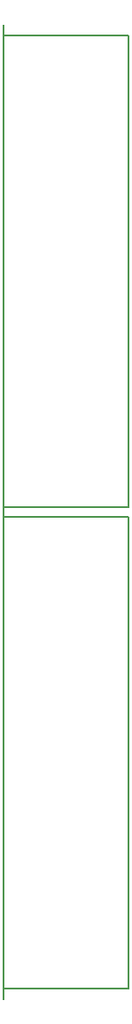
<source format=gbr>
%TF.GenerationSoftware,Altium Limited,Altium Designer,21.5.1 (32)*%
G04 Layer_Color=32896*
%FSLAX45Y45*%
%MOMM*%
%TF.SameCoordinates,51D5493F-A844-4614-94AE-4B196E198A34*%
%TF.FilePolarity,Positive*%
%TF.FileFunction,Other,Reference*%
%TF.Part,Single*%
G01*
G75*
%TA.AperFunction,NonConductor*%
%ADD35C,0.12700*%
D35*
X3099493Y-150491D02*
Y4549500D01*
Y-50491D02*
X4299491D01*
Y4449500D01*
X3099493D02*
X4299491D01*
X3099493Y9049500D02*
X4299491D01*
Y4549509D02*
Y9049500D01*
X3099493Y4549509D02*
X4299491D01*
X3099493Y4449510D02*
Y9149500D01*
%TF.MD5,11d39f3df54f20acfd437819a0b57630*%
M02*

</source>
